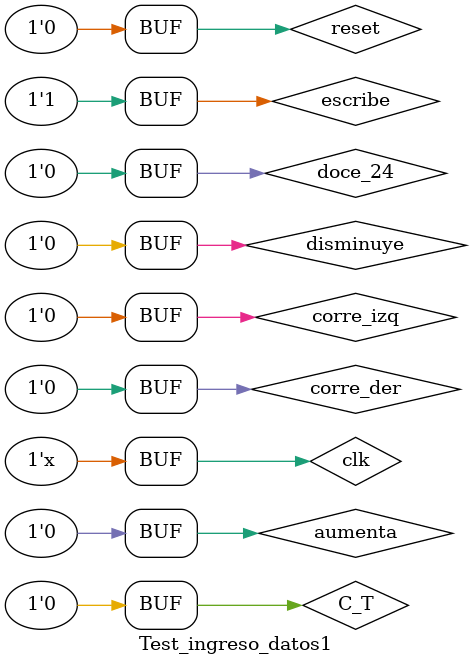
<source format=v>
`timescale 1ns / 1ps


module Test_ingreso_datos1;

	// Inputs
	reg clk;
	reg reset;
	reg C_T;
	reg disminuye;
	reg aumenta;
	reg escribe;
	reg corre_der;
	reg corre_izq;
	reg doce_24;

	// Outputs
	wire [7:0] seg_C;
	wire [7:0] min_C;
	wire [7:0] hora_C;
	wire [7:0] dia;
	wire [7:0] mes;
	wire [7:0] ano;
	wire [7:0] seg_T;
	wire [7:0] min_T;
	wire [7:0] hora_T;

	// Instantiate the Unit Under Test (UUT)
	Ingreso_Datos uut (
		.clk(clk), 
		.reset(reset), 
		.C_T(C_T), 
		.disminuye(disminuye), 
		.aumenta(aumenta), 
		.escribe(escribe), 
		.corre_der(corre_der), 
		.corre_izq(corre_izq), 
		.doce_24(doce_24), 
		.seg_C(seg_C), 
		.min_C(min_C), 
		.hora_C(hora_C), 
		.dia(dia), 
		.mes(mes), 
		.ano(ano), 
		.seg_T(seg_T), 
		.min_T(min_T), 
		.hora_T(hora_T)
	);

	initial begin
		// Initialize Inputs
		clk = 0;
		reset = 0;
		C_T = 0;
		disminuye = 0;
		aumenta = 0;
		escribe = 0;
		corre_der = 0;
		corre_izq = 0;
		doce_24 = 0;

		// Wait 100 ns for global reset to finish
		#10;
		// se inicializan todas las señales
		reset = 1;
		#10;
      reset = 0;
		#10;
        
		// se activa la entrada escribir 
		
		escribe = 1;
		#100;
		/////////////////////////////////      SEGUNDOS
		C_T = 1;  //     clock aumenta
		#200;
		aumenta = 1;
		#300;
		C_T = 0; //       aumenta timer
		#200;
		aumenta = 0;
		#10;
		C_T = 1;//        clock disminuye
	   #100;
		disminuye = 1;
		#100;
		C_T = 0; //        disminuye timer
		#100;
		disminuye = 0;
		#10;
		corre_der = 1;
		#10;
		corre_der = 0;
		#10;
		//////////////////////////////////////      MINUTOS
		C_T = 1;  //       clock aumenta
		#200;
		aumenta = 1;
		#300;
		C_T = 0; //        aumenta timer
		#200;
		aumenta = 0;
		#10;
		C_T = 1;//         clock disminuye
	   #100;
		disminuye = 1;
		#100;
		C_T = 0; //        disminuye timer
		#100;
		disminuye = 0;
		#10;
		corre_der = 1;
		#10;
		corre_der = 0;
		#10;  
		/////////////////////////////////////                     HORA
		doce_24 = 1;//                        reloj 12 horas
		#100;
		C_T = 1;  //        clock aumenta
		#100;
		aumenta = 1;
		#300;
		C_T = 0; //         aumenta  timer
		#300;
		aumenta = 0;
		#10;
		C_T = 1; //         clock disminuye
	   #100;
		disminuye = 1;
		#100;
		C_T = 0; //         disminuye  timer
		#100;
		disminuye = 0;
		#10;
		doce_24 = 0; //                        reloj 24 horas
		#10;
		C_T = 1;  //        clock aumenta
		#100;
		aumenta = 1;
		#300;
		C_T = 0; //         aumenta timer
		#100;
		aumenta = 0;
		#300;
		C_T = 1;//          clock disminuye
	   #100;
		disminuye = 1;
		#100;
		C_T = 0; //         disminuye timer
		#100;
		disminuye = 0;
		#10;
		corre_der = 1;
		#10;
		corre_der = 0;
		#10;		 
		//////////////////////////////////////////////////////////////  DIA
		aumenta = 1;
		#200;
		aumenta = 0;
		#10;
		disminuye = 1;
		#100;
		disminuye = 0;
		#10;
		corre_der = 1;
		#10;
		corre_der = 0;
		#10;		
		////////////////////////////////////////////////////////////    MES
		aumenta = 1;
		#200;
		aumenta = 0;
		#10;
		disminuye = 1;
		#100;
		disminuye = 0;
		#10;
		corre_der = 1;
		#10;
		corre_der = 0;
		#10;
		///////////////////////////////////////////////////////////    ANO
		aumenta = 1;
		#200;
		aumenta = 0;
		#10;
		disminuye = 1;
		#100;
		disminuye = 0;
		#10;	
		/////////////////////////////////////   corro izq 
		corre_izq = 1;
		#10;
		corre_izq = 0;
		#10
		aumenta = 1;
		#100;
		aumenta = 0;
		#10;
		corre_der = 1;
		#10;
		corre_der = 0;
		#10;
		// vuelve al inicio estado s1 (segundos)		
		  
		// Add stimulus here
	end
  always  begin
		#10	clk = ~clk;
		end 
	
      
endmodule


</source>
